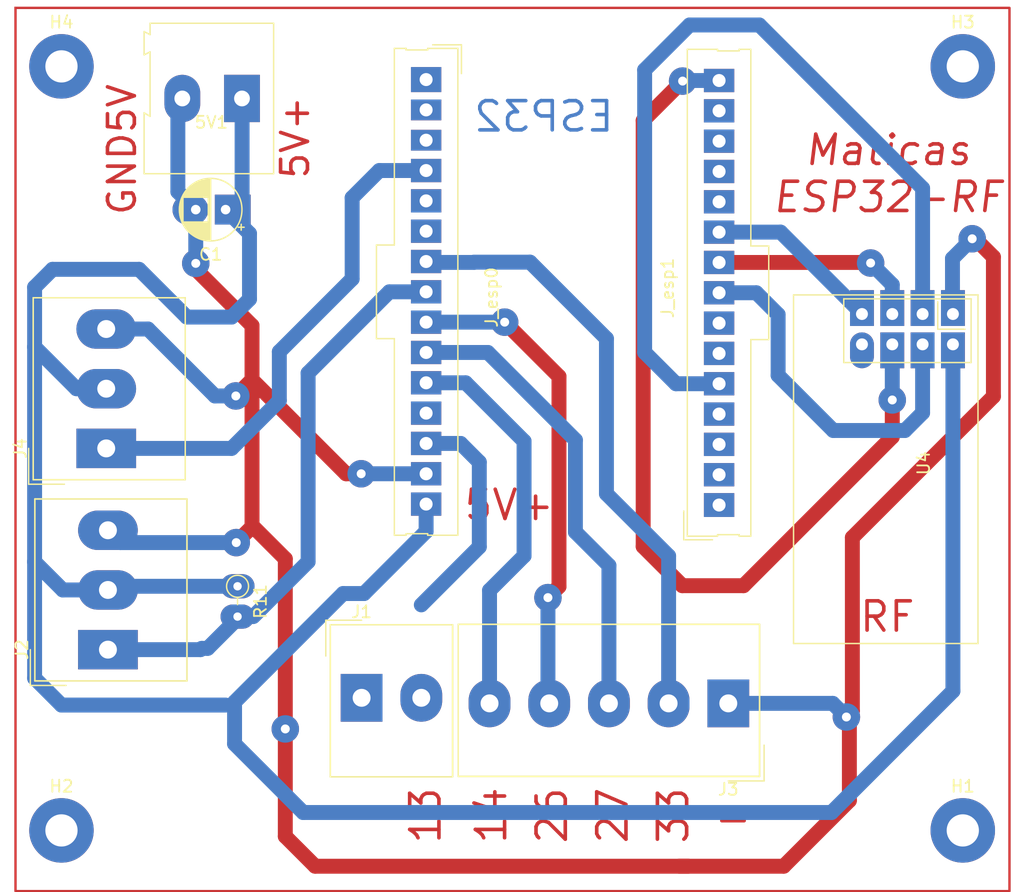
<source format=kicad_pcb>
(kicad_pcb (version 20211014) (generator pcbnew)
  (layers (0 "F.Cu" signal) (31 "B.Cu" signal) (34 "B.Paste" user) (35 "F.Paste" user) (36 "B.SilkS" user "B.Silkscreen") (37 "F.SilkS" user "F.Silkscreen") (38 "B.Mask" user) (39 "F.Mask" user) (44 "Edge.Cuts" user))
  (net 0 "")
  (net 1 "EN")
  (net 2 "VP")
  (net 3 "VN")
  (net 4 "D34")
  (net 5 "D35")
  (net 6 "D32")
  (net 7 "D33")
  (net 8 "D25")
  (net 9 "D26")
  (net 10 "D27")
  (net 11 "D14")
  (net 12 "D12")
  (net 13 "D13")
  (net 14 "3V3")
  (net 15 "GND2")
  (net 16 "D15")
  (net 17 "D2")
  (net 18 "D4")
  (net 19 "RX2")
  (net 20 "TX2")
  (net 21 "D5")
  (net 22 "D18")
  (net 23 "D19")
  (net 24 "D21")
  (net 25 "RX0")
  (net 26 "TX0")
  (net 27 "D22")
  (net 28 "D23")
  (net 29 "5v")
  (net 30 "GND5V")
  (footprint "TerminalBlock_Altech:Altech_AK300_1x03_P5.00mm_45-Degree" (layer "F.Cu") (at 123.5 103 90)
    (fp_text reference "J4" (at 0 -7.2 90) (layer "F.SilkS"))
    (fp_text value "Screw_Terminal_01x03")
    (fp_line (start -3 -3.5) (end -3 -6.5) (layer "F.SilkS") (width 0.12))
    (fp_line (start -2.62 -6.12) (end 12.62 -6.12) (layer "F.SilkS") (width 0.12))
    (fp_line (start 12.62 -6.12) (end 12.62 6.62) (layer "F.SilkS") (width 0.12))
    (fp_line (start -3 -6.5) (end 0 -6.5) (layer "F.SilkS") (width 0.12))
    (fp_line (start -2.62 -6.12) (end 12.62 -6.12) (layer "F.SilkS") (width 0.12))
    (fp_line (start -2.62 6.62) (end 12.62 6.62) (layer "F.SilkS") (width 0.12))
    (fp_line (start -2.62 -6.12) (end -2.62 6.62) (layer "F.SilkS") (width 0.12))
    (fp_line (start 12.62 -6.12) (end 12.62 6.62) (layer "F.SilkS") (width 0.12))
    (fp_line (start -2.62 -6.12) (end -2.62 6.62) (layer "F.SilkS") (width 0.12))
    (fp_line (start -2.62 6.62) (end 12.62 6.62) (layer "F.SilkS") (width 0.12))
    (pad "1" thru_hole rect (at 0 0 90) (size 3.3 5) (drill 1.5) (layers *.Cu *.Mask) (net 4 "D34"))
    (pad "2" thru_hole oval (at 5 0 90) (size 3.3 5) (drill 1.5) (layers *.Cu *.Mask) (net 29 "5v"))
    (pad "3" thru_hole oval (at 10 0 90) (size 3.3 5) (drill 1.5) (layers *.Cu *.Mask) (net 30 "GND5V"))
  )
  (footprint "TerminalBlock_Altech:Altech_AK300_1x03_P5.00mm_45-Degree" (layer "F.Cu") (at 123.6425 119.8575 90)
    (fp_text reference "J2" (at 0 -7.2 90) (layer "F.SilkS"))
    (fp_text value "Screw_Terminal_01x03")
    (fp_line (start -2.62 -6.12) (end 12.62 -6.12) (layer "F.SilkS") (width 0.12))
    (fp_line (start -3 -3.5) (end -3 -6.5) (layer "F.SilkS") (width 0.12))
    (fp_line (start -2.62 -6.12) (end -2.62 6.62) (layer "F.SilkS") (width 0.12))
    (fp_line (start 12.62 -6.12) (end 12.62 6.62) (layer "F.SilkS") (width 0.12))
    (fp_line (start 12.62 -6.12) (end 12.62 6.62) (layer "F.SilkS") (width 0.12))
    (fp_line (start -2.62 -6.12) (end 12.62 -6.12) (layer "F.SilkS") (width 0.12))
    (fp_line (start -2.62 6.62) (end 12.62 6.62) (layer "F.SilkS") (width 0.12))
    (fp_line (start -3 -6.5) (end 0 -6.5) (layer "F.SilkS") (width 0.12))
    (fp_line (start -2.62 6.62) (end 12.62 6.62) (layer "F.SilkS") (width 0.12))
    (fp_line (start -2.62 -6.12) (end -2.62 6.62) (layer "F.SilkS") (width 0.12))
    (pad "1" thru_hole rect (at 0 0 90) (size 3.3 5) (drill 1.5) (layers *.Cu *.Mask) (net 8 "D25"))
    (pad "2" thru_hole oval (at 5 0 90) (size 3.3 5) (drill 1.5) (layers *.Cu *.Mask) (net 29 "5v"))
    (pad "3" thru_hole oval (at 10 0 90) (size 3.3 5) (drill 1.5) (layers *.Cu *.Mask) (net 30 "GND5V"))
  )
  (footprint "TerminalBlock_Altech:Altech_AK300_1x05_P5.00mm_45-Degree" (layer "F.Cu") (at 175.6075 124.3575 180)
    (fp_text reference "J3" (at 0 -7.2) (layer "F.SilkS"))
    (fp_text value "Screw_Terminal_01x05")
    (fp_line (start -2.62 6.62) (end 22.62 6.62) (layer "F.SilkS") (width 0.12))
    (fp_line (start 22.62 -6.12) (end 22.62 6.62) (layer "F.SilkS") (width 0.12))
    (fp_line (start 22.62 -6.12) (end 22.62 6.62) (layer "F.SilkS") (width 0.12))
    (fp_line (start -2.62 -6.12) (end 22.62 -6.12) (layer "F.SilkS") (width 0.12))
    (fp_line (start -2.62 6.62) (end 22.62 6.62) (layer "F.SilkS") (width 0.12))
    (fp_line (start -2.62 -6.12) (end -2.62 6.62) (layer "F.SilkS") (width 0.12))
    (fp_line (start -3 -3.5) (end -3 -6.5) (layer "F.SilkS") (width 0.12))
    (fp_line (start -2.62 -6.12) (end -2.62 6.62) (layer "F.SilkS") (width 0.12))
    (fp_line (start -2.62 -6.12) (end 22.62 -6.12) (layer "F.SilkS") (width 0.12))
    (fp_line (start -3 -6.5) (end 0 -6.5) (layer "F.SilkS") (width 0.12))
    (pad "1" thru_hole rect (at 0 0 180) (size 3.5 4) (drill 1.5) (layers *.Cu *.Mask) (net 30 "GND5V"))
    (pad "2" thru_hole oval (at 5 0 180) (size 3.5 4) (drill 1.5) (layers *.Cu *.Mask) (net 7 "D33"))
    (pad "3" thru_hole oval (at 10 0 180) (size 3.5 4) (drill 1.5) (layers *.Cu *.Mask) (net 10 "D27"))
    (pad "4" thru_hole oval (at 15 0 180) (size 3.5 4) (drill 1.5) (layers *.Cu *.Mask) (net 9 "D26"))
    (pad "5" thru_hole oval (at 20 0 180) (size 3.5 4) (drill 1.5) (layers *.Cu *.Mask) (net 11 "D14"))
  )
  (footprint "MountingHole:MountingHole_2.7mm_M2.5_Pad" (layer "F.Cu") (at 119.75 135)
    (fp_text reference "H2" (at 0 -3.7) (layer "F.SilkS"))
    (fp_text value "MountingHole")
    (pad "1" thru_hole circle (at 0 0) (size 5.4 5.4) (drill 2.7) (layers *.Cu *.Mask))
  )
  (footprint "RF_Module:nRF24L01_Breakout" (layer "F.Cu") (at 194.423 91.744 -90)
    (fp_text reference "U4" (at 12.492 2.45 90) (layer "F.SilkS"))
    (fp_text value "NRF24L01_Breakout")
    (fp_line (start -1.27 -1.524) (end -1.27 -1.524) (layer "F.SilkS") (width 0.12))
    (fp_line (start -1.27 -1.524) (end 4.064 -1.524) (layer "F.SilkS") (width 0.12))
    (fp_line (start -1.6 -2.1) (end 27.6 -2.1) (layer "F.SilkS") (width 0.12))
    (fp_line (start 4.064 9.144) (end -1.27 9.144) (layer "F.SilkS") (width 0.12))
    (fp_line (start -1.016 1.27) (end -1.016 1.27) (layer "F.SilkS") (width 0.12))
    (fp_line (start -1.6 13.35) (end -1.6 -2.1) (layer "F.SilkS") (width 0.12))
    (fp_line (start -1.27 9.144) (end -1.27 9.144) (layer "F.SilkS") (width 0.12))
    (fp_line (start 1.27 -1.016) (end 1.27 1.27) (layer "F.SilkS") (width 0.12))
    (fp_line (start 1.27 1.27) (end -1.016 1.27) (layer "F.SilkS") (width 0.12))
    (fp_line (start 4.064 -1.524) (end 4.064 9.144) (layer "F.SilkS") (width 0.12))
    (fp_line (start -1.6 -2.1) (end -1.6 -2.1) (layer "F.SilkS") (width 0.12))
    (fp_line (start -1.27 9.144) (end -1.27 -1.524) (layer "F.SilkS") (width 0.12))
    (fp_line (start 27.6 -2.1) (end 27.6 13.35) (layer "F.SilkS") (width 0.12))
    (fp_line (start 27.6 13.35) (end -1.6 13.35) (layer "F.SilkS") (width 0.12))
    (pad "1" thru_hole rect (at 0 0 270) (size 3 2) (drill 1 (offset -0.5 0)) (layers *.Cu *.Mask) (net 30 "GND5V"))
    (pad "2" thru_hole rect (at 2.54 0 270) (size 3 2) (drill 1 (offset 0.5 0)) (layers *.Cu *.Mask) (net 29 "5v"))
    (pad "3" thru_hole rect (at 0 2.54 270) (size 3 2) (drill 1 (offset -0.5 0)) (layers *.Cu *.Mask) (net 18 "D4"))
    (pad "4" thru_hole rect (at 2.54 2.54 270) (size 3 2) (drill 1 (offset 0.5 0)) (layers *.Cu *.Mask) (net 21 "D5"))
    (pad "5" thru_hole rect (at 0 5.08 270) (size 3 2) (drill 1 (offset -0.5 0)) (layers *.Cu *.Mask) (net 22 "D18"))
    (pad "6" thru_hole rect (at 2.54 5.08 270) (size 3 2) (drill 1 (offset 0.5 0)) (layers *.Cu *.Mask) (net 28 "D23"))
    (pad "7" thru_hole rect (at 0 7.62 270) (size 3 2) (drill 1 (offset -0.5 0)) (layers *.Cu *.Mask) (net 23 "D19"))
    (pad "8" thru_hole oval (at 2.54 7.62 270) (size 3 2) (drill 1 (offset 0.5 0)) (layers *.Cu *.Mask))
  )
  (footprint "Capacitor_THT:CP_Radial_D5.0mm_P2.50mm" (layer "F.Cu") (at 133.499113 82.999113 180)
    (fp_text reference "C1" (at 1.25 -3.75) (layer "F.SilkS"))
    (fp_text value "C_Polarized")
    (fp_line (start 3.731 -0.805) (end 3.731 0.805) (layer "F.SilkS") (width 0.12))
    (fp_line (start 2.491 1.04) (end 2.491 2.268) (layer "F.SilkS") (width 0.12))
    (fp_line (start 2.891 1.04) (end 2.891 2.004) (layer "F.SilkS") (width 0.12))
    (fp_line (start 1.77 -2.528) (end 1.77 -1.04) (layer "F.SilkS") (width 0.12))
    (fp_line (start 1.81 -2.52) (end 1.81 -1.04) (layer "F.SilkS") (width 0.12))
    (fp_line (start 2.971 -1.937) (end 2.971 -1.04) (layer "F.SilkS") (width 0.12))
    (fp_line (start 2.531 1.04) (end 2.531 2.247) (layer "F.SilkS") (width 0.12))
    (fp_line (start 3.131 -1.785) (end 3.131 -1.04) (layer "F.SilkS") (width 0.12))
    (fp_line (start 3.531 -1.251) (end 3.531 -1.04) (layer "F.SilkS") (width 0.12))
    (fp_line (start 3.411 1.04) (end 3.411 1.443) (layer "F.SilkS") (width 0.12))
    (fp_line (start 1.53 1.04) (end 1.53 2.565) (layer "F.SilkS") (width 0.12))
    (fp_line (start 1.971 1.04) (end 1.971 2.48) (layer "F.SilkS") (width 0.12))
    (fp_line (start 1.65 -2.55) (end 1.65 -1.04) (layer "F.SilkS") (width 0.12))
    (fp_line (start 1.77 1.04) (end 1.77 2.528) (layer "F.SilkS") (width 0.12))
    (fp_line (start 2.131 -2.428) (end 2.131 -1.04) (layer "F.SilkS") (width 0.12))
    (fp_line (start 2.571 1.04) (end 2.571 2.224) (layer "F.SilkS") (width 0.12))
    (fp_line (start 2.171 1.04) (end 2.171 2.414) (layer "F.SilkS") (width 0.12))
    (fp_line (start 1.57 -2.561) (end 1.57 -1.04) (layer "F.SilkS") (width 0.12))
    (fp_line (start 3.371 -1.5) (end 3.371 -1.04) (layer "F.SilkS") (width 0.12))
    (fp_line (start 1.65 1.04) (end 1.65 2.55) (layer "F.SilkS") (width 0.12))
    (fp_line (start 1.73 -2.536) (end 1.73 -1.04) (layer "F.SilkS") (width 0.12))
    (fp_line (start 1.93 -2.491) (end 1.93 -1.04) (layer "F.SilkS") (width 0.12))
    (fp_line (start 2.211 1.04) (end 2.211 2.398) (layer "F.SilkS") (width 0.12))
    (fp_line (start 2.891 -2.004) (end 2.891 -1.04) (layer "F.SilkS") (width 0.12))
    (fp_line (start 3.011 1.04) (end 3.011 1.901) (layer "F.SilkS") (width 0.12))
    (fp_line (start 2.691 -2.149) (end 2.691 -1.04) (layer "F.SilkS") (width 0.12))
    (fp_line (start 2.731 -2.122) (end 2.731 -1.04) (layer "F.SilkS") (width 0.12))
    (fp_line (start 2.051 -2.455) (end 2.051 -1.04) (layer "F.SilkS") (width 0.12))
    (fp_line (start 1.25 -2.58) (end 1.25 2.58) (layer "F.SilkS") (width 0.12))
    (fp_line (start 1.37 -2.578) (end 1.37 2.578) (layer "F.SilkS") (width 0.12))
    (fp_line (start 1.41 -2.576) (end 1.41 2.576) (layer "F.SilkS") (width 0.12))
    (fp_line (start 2.171 -2.414) (end 2.171 -1.04) (layer "F.SilkS") (width 0.12))
    (fp_line (start 1.33 -2.579) (end 1.33 2.579) (layer "F.SilkS") (width 0.12))
    (fp_line (start 3.651 -1.011) (end 3.651 1.011) (layer "F.SilkS") (width 0.12))
    (fp_line (start 3.171 1.04) (end 3.171 1.743) (layer "F.SilkS") (width 0.12))
    (fp_line (start 2.811 -2.065) (end 2.811 -1.04) (layer "F.SilkS") (width 0.12))
    (fp_line (start 2.011 -2.468) (end 2.011 -1.04) (layer "F.SilkS") (width 0.12))
    (fp_line (start 2.491 -2.268) (end 2.491 -1.04) (layer "F.SilkS") (width 0.12))
    (fp_line (start 3.131 1.04) (end 3.131 1.785) (layer "F.SilkS") (width 0.12))
    (fp_line (start 3.331 1.04) (end 3.331 1.554) (layer "F.SilkS") (width 0.12))
    (fp_line (start 3.051 1.04) (end 3.051 1.864) (layer "F.SilkS") (width 0.12))
    (fp_line (start 2.611 1.04) (end 2.611 2.2) (layer "F.SilkS") (width 0.12))
    (fp_line (start 1.971 -2.48) (end 1.971 -1.04) (layer "F.SilkS") (width 0.12))
    (fp_line (start 1.57 1.04) (end 1.57 2.561) (layer "F.SilkS") (width 0.12))
    (fp_line (start 3.291 1.04) (end 3.291 1.605) (layer "F.SilkS") (width 0.12))
    (fp_line (start 3.211 1.04) (end 3.211 1.699) (layer "F.SilkS") (width 0.12))
    (fp_line (start -1.304775 -1.725) (end -1.304775 -1.225) (layer "F.SilkS") (width 0.12))
    (fp_line (start 1.85 -2.511) (end 1.85 -1.04) (layer "F.SilkS") (width 0.12))
    (fp_line (start 2.131 1.04) (end 2.131 2.428) (layer "F.SilkS") (width 0.12))
    (fp_line (start 2.771 1.04) (end 2.771 2.095) (layer "F.SilkS") (width 0.12))
    (fp_line (start 1.73 1.04) (end 1.73 2.536) (layer "F.SilkS") (width 0.12))
    (fp_line (start 1.61 -2.556) (end 1.61 -1.04) (layer "F.SilkS") (width 0.12))
    (fp_line (start 2.371 1.04) (end 2.371 2.329) (layer "F.SilkS") (width 0.12))
    (fp_line (start 3.371 1.04) (end 3.371 1.5) (layer "F.SilkS") (width 0.12))
    (fp_line (start 3.051 -1.864) (end 3.051 -1.04) (layer "F.SilkS") (width 0.12))
    (fp_line (start 2.251 -2.382) (end 2.251 -1.04) (layer "F.SilkS") (width 0.12))
    (fp_line (start 2.931 -1.971) (end 2.931 -1.04) (layer "F.SilkS") (width 0.12))
    (fp_line (start 3.331 -1.554) (end 3.331 -1.04) (layer "F.SilkS") (width 0.12))
    (fp_line (start 2.571 -2.224) (end 2.571 -1.04) (layer "F.SilkS") (width 0.12))
    (fp_line (start 3.691 -0.915) (end 3.691 0.915) (layer "F.SilkS") (width 0.12))
    (fp_line (start 3.571 -1.178) (end 3.571 1.178) (layer "F.SilkS") (width 0.12))
    (fp_line (start 3.091 -1.826) (end 3.091 -1.04) (layer "F.SilkS") (width 0.12))
    (fp_line (start 1.53 -2.565) (end 1.53 -1.04) (layer "F.SilkS") (width 0.12))
    (fp_line (start 3.171 -1.743) (end 3.171 -1.04) (layer "F.SilkS") (width 0.12))
    (fp_line (start 2.091 -2.442) (end 2.091 -1.04) (layer "F.SilkS") (width 0.12))
    (fp_line (start 2.411 -2.31) (end 2.411 -1.04) (layer "F.SilkS") (width 0.12))
    (fp_line (start 2.971 1.04) (end 2.971 1.937) (layer "F.SilkS") (width 0.12))
    (fp_line (start 2.931 1.04) (end 2.931 1.971) (layer "F.SilkS") (width 0.12))
    (fp_line (start 3.291 -1.605) (end 3.291 -1.04) (layer "F.SilkS") (width 0.12))
    (fp_line (start 1.49 -2.569) (end 1.49 -1.04) (layer "F.SilkS") (width 0.12))
    (fp_line (start 2.611 -2.2) (end 2.611 -1.04) (layer "F.SilkS") (width 0.12))
    (fp_line (start 3.611 -1.098) (end 3.611 1.098) (layer "F.SilkS") (width 0.12))
    (fp_line (start 3.771 -0.677) (end 3.771 0.677) (layer "F.SilkS") (width 0.12))
    (fp_line (start 1.29 -2.58) (end 1.29 2.58) (layer "F.SilkS") (width 0.12))
    (fp_line (start 2.651 1.04) (end 2.651 2.175) (layer "F.SilkS") (width 0.12))
    (fp_line (start 2.811 1.04) (end 2.811 2.065) (layer "F.SilkS") (width 0.12))
    (fp_line (start 2.291 1.04) (end 2.291 2.365) (layer "F.SilkS") (width 0.12))
    (fp_line (start 3.211 -1.699) (end 3.211 -1.04) (layer "F.SilkS") (width 0.12))
    (fp_line (start 1.69 -2.543) (end 1.69 -1.04) (layer "F.SilkS") (width 0.12))
    (fp_line (start 2.371 -2.329) (end 2.371 -1.04) (layer "F.SilkS") (width 0.12))
    (fp_line (start 3.491 1.04) (end 3.491 1.319) (layer "F.SilkS") (width 0.12))
    (fp_line (start 1.81 1.04) (end 1.81 2.52) (layer "F.SilkS") (width 0.12))
    (fp_line (start 1.61 1.04) (end 1.61 2.556) (layer "F.SilkS") (width 0.12))
    (fp_line (start 3.251 1.04) (end 3.251 1.653) (layer "F.SilkS") (width 0.12))
    (fp_line (start 2.451 1.04) (end 2.451 2.29) (layer "F.SilkS") (width 0.12))
    (fp_line (start 2.331 1.04) (end 2.331 2.348) (layer "F.SilkS") (width 0.12))
    (fp_line (start 2.691 1.04) (end 2.691 2.149) (layer "F.SilkS") (width 0.12))
    (fp_line (start 1.49 1.04) (end 1.49 2.569) (layer "F.SilkS") (width 0.12))
    (fp_line (start 2.331 -2.348) (end 2.331 -1.04) (layer "F.SilkS") (width 0.12))
    (fp_line (start 2.051 1.04) (end 2.051 2.455) (layer "F.SilkS") (width 0.12))
    (fp_line (start 3.451 -1.383) (end 3.451 -1.04) (layer "F.SilkS") (width 0.12))
    (fp_line (start 2.091 1.04) (end 2.091 2.442) (layer "F.SilkS") (width 0.12))
    (fp_line (start 1.89 1.04) (end 1.89 2.501) (layer "F.SilkS") (width 0.12))
    (fp_line (start 2.771 -2.095) (end 2.771 -1.04) (layer "F.SilkS") (width 0.12))
    (fp_line (start 2.651 -2.175) (end 2.651 -1.04) (layer "F.SilkS") (width 0.12))
    (fp_line (start 3.011 -1.901) (end 3.011 -1.04) (layer "F.SilkS") (width 0.12))
    (fp_line (start 2.291 -2.365) (end 2.291 -1.04) (layer "F.SilkS") (width 0.12))
    (fp_line (start 2.411 1.04) (end 2.411 2.31) (layer "F.SilkS") (width 0.12))
    (fp_line (start 2.851 -2.035) (end 2.851 -1.04) (layer "F.SilkS") (width 0.12))
    (fp_line (start 1.85 1.04) (end 1.85 2.511) (layer "F.SilkS") (width 0.12))
    (fp_line (start 3.451 1.04) (end 3.451 1.383) (layer "F.SilkS") (width 0.12))
    (fp_line (start 1.45 -2.573) (end 1.45 2.573) (layer "F.SilkS") (width 0.12))
    (fp_line (start 2.251 1.04) (end 2.251 2.382) (layer "F.SilkS") (width 0.12))
    (fp_line (start 1.89 -2.501) (end 1.89 -1.04) (layer "F.SilkS") (width 0.12))
    (fp_line (start 3.811 -0.518) (end 3.811 0.518) (layer "F.SilkS") (width 0.12))
    (fp_line (start 2.211 -2.398) (end 2.211 -1.04) (layer "F.SilkS") (width 0.12))
    (fp_line (start 1.69 1.04) (end 1.69 2.543) (layer "F.SilkS") (width 0.12))
    (fp_line (start 3.491 -1.319) (end 3.491 -1.04) (layer "F.SilkS") (width 0.12))
    (fp_line (start 3.411 -1.443) (end 3.411 -1.04) (layer "F.SilkS") (width 0.12))
    (fp_line (start 2.531 -2.247) (end 2.531 -1.04) (layer "F.SilkS") (width 0.12))
    (fp_line (start 2.731 1.04) (end 2.731 2.122) (layer "F.SilkS") (width 0.12))
    (fp_line (start 3.251 -1.653) (end 3.251 -1.04) (layer "F.SilkS") (width 0.12))
    (fp_line (start 1.93 1.04) (end 1.93 2.491) (layer "F.SilkS") (width 0.12))
    (fp_line (start 2.851 1.04) (end 2.851 2.035) (layer "F.SilkS") (width 0.12))
    (fp_line (start 3.091 1.04) (end 3.091 1.826) (layer "F.SilkS") (width 0.12))
    (fp_line (start 2.451 -2.29) (end 2.451 -1.04) (layer "F.SilkS") (width 0.12))
    (fp_line (start -1.554775 -1.475) (end -1.054775 -1.475) (layer "F.SilkS") (width 0.12))
    (fp_line (start 2.011 1.04) (end 2.011 2.468) (layer "F.SilkS") (width 0.12))
    (fp_line (start 3.851 -0.284) (end 3.851 0.284) (layer "F.SilkS") (width 0.12))
    (fp_line (start 3.531 1.04) (end 3.531 1.251) (layer "F.SilkS") (width 0.12))
    (fp_circle (center 1.25 0) (end 3.87 0) (layer "F.SilkS") (width 0.12) (fill none))
    (pad "1" thru_hole rect (at 0 0 180) (size 3 2.5) (drill 0.8 (offset -0.6 0)) (layers *.Cu *.Mask) (net 29 "5v"))
    (pad "2" thru_hole oval locked (at 2.5 0 180) (size 3 2.5) (drill 0.8 (offset 0.45 0)) (layers *.Cu *.Mask) (net 30 "GND5V"))
  )
  (footprint "MountingHole:MountingHole_2.7mm_M2.5_Pad" (layer "F.Cu") (at 195.25 71)
    (fp_text reference "H3" (at 0 -3.7) (layer "F.SilkS"))
    (fp_text value "MountingHole")
    (pad "1" thru_hole circle (at 0 0) (size 5.4 5.4) (drill 2.7) (layers *.Cu *.Mask))
  )
  (footprint "esp32:Connector_Molex_Molex_SL_171971-0015_1x15_P2.54mm_Vertical_squares" (layer "F.Cu") (at 158.445 90.345 -90)
    (fp_text reference "J_esp0" (at 0 2.6675 90 unlocked) (layer "F.SilkS"))
    (fp_text value "Conn_01x15_Female")
    (fp_line (start 19.93 10.81) (end 19.93 9.83) (layer "F.SilkS") (width 0.12))
    (fp_line (start 19.93 9.83) (end 19.8 9.83) (layer "F.SilkS") (width 0.12))
    (fp_line (start -21.15 5.19) (end -18.74 5.19) (layer "F.SilkS") (width 0.12))
    (fp_line (start -21.15 7.6) (end -21.15 5.19) (layer "F.SilkS") (width 0.12))
    (fp_line (start 3.46 10.81) (end 19.93 10.81) (layer "F.SilkS") (width 0.12))
    (fp_line (start -20.85 10.81) (end -4.38 10.81) (layer "F.SilkS") (width 0.12))
    (fp_line (start 3.46 12.31) (end 3.46 10.81) (layer "F.SilkS") (width 0.12))
    (fp_line (start 19.93 5.49) (end -20.85 5.49) (layer "F.SilkS") (width 0.12))
    (fp_line (start 19.8 9.83) (end 19.8 8.02) (layer "F.SilkS") (width 0.12))
    (fp_line (start -20.85 9.83) (end -20.85 10.81) (layer "F.SilkS") (width 0.12))
    (fp_line (start -20.85 8.02) (end -20.72 8.02) (layer "F.SilkS") (width 0.12))
    (fp_line (start -4.38 12.31) (end 3.46 12.31) (layer "F.SilkS") (width 0.12))
    (fp_line (start -20.72 8.02) (end -20.72 9.83) (layer "F.SilkS") (width 0.12))
    (fp_line (start -20.85 5.49) (end -20.85 8.02) (layer "F.SilkS") (width 0.12))
    (fp_line (start 19.93 8.02) (end 19.93 5.49) (layer "F.SilkS") (width 0.12))
    (fp_line (start -20.72 9.83) (end -20.85 9.83) (layer "F.SilkS") (width 0.12))
    (fp_line (start -4.38 10.81) (end -4.38 12.31) (layer "F.SilkS") (width 0.12))
    (fp_line (start 19.8 8.02) (end 19.93 8.02) (layer "F.SilkS") (width 0.12))
    (pad "1" thru_hole rect (at -18.24 8.15 270) (size 2.1 2.54) (drill 1.09) (layers *.Cu *.Mask) (net 1 "EN"))
    (pad "2" thru_hole rect (at -15.7 8.15 270) (size 1.74 2.54) (drill 1.09) (layers *.Cu *.Mask) (net 2 "VP"))
    (pad "3" thru_hole rect (at -13.16 8.15 270) (size 1.74 2.54) (drill 1.09) (layers *.Cu *.Mask) (net 3 "VN"))
    (pad "4" thru_hole rect (at -10.62 8.15 270) (size 1.95 2.54) (drill 1.09) (layers *.Cu *.Mask) (net 4 "D34"))
    (pad "5" thru_hole rect (at -8.08 8.15 270) (size 1.95 2.54) (drill 1.09) (layers *.Cu *.Mask) (net 5 "D35"))
    (pad "6" thru_hole rect (at -5.54 8.15 270) (size 1.95 2.54) (drill 1.09) (layers *.Cu *.Mask) (net 6 "D32"))
    (pad "7" thru_hole rect (at -3 8.15 270) (size 1.95 2.54) (drill 1.09) (layers *.Cu *.Mask) (net 7 "D33"))
    (pad "8" thru_hole rect (at -0.46 8.15 270) (size 1.95 2.54) (drill 1.09) (layers *.Cu *.Mask) (net 8 "D25"))
    (pad "9" thru_hole rect (at 2.08 8.15 270) (size 1.95 2.54) (drill 1.09) (layers *.Cu *.Mask) (net 9 "D26"))
    (pad "10" thru_hole rect (at 4.62 8.15 270) (size 1.95 2.54) (drill 1.09) (layers *.Cu *.Mask) (net 10 "D27"))
    (pad "11" thru_hole rect (at 7.16 8.15 270) (size 1.95 2.54) (drill 1.09) (layers *.Cu *.Mask) (net 11 "D14"))
    (pad "12" thru_hole rect (at 9.7 8.15 270) (size 1.95 2.54) (drill 1.09) (layers *.Cu *.Mask) (net 12 "D12"))
    (pad "13" thru_hole rect (at 12.24 8.15 270) (size 1.95 2.54) (drill 1.09) (layers *.Cu *.Mask) (net 13 "D13"))
    (pad "14" thru_hole rect (at 14.78 8.15 270) (size 1.95 2.54) (drill 1.09) (layers *.Cu *.Mask) (net 30 "GND5V"))
    (pad "15" thru_hole rect (at 17.32 8.15 270) (size 1.95 2.54) (drill 1.09) (layers *.Cu *.Mask) (net 29 "5v"))
  )
  (footprint "TerminalBlock:TerminalBlock_Altech_AK300-2_P5.00mm" (layer "F.Cu") (at 134.8718 73.688063 180)
    (fp_text reference "5V1" (at 2.565 -2) (layer "F.SilkS"))
    (fp_text value "Screw_Terminal_01x02")
    (fp_line (start 7.7 5.35) (end 8.2 5.6) (layer "F.SilkS") (width 0.12))
    (fp_line (start -2.65 -6.3) (end -2.65 6.3) (layer "F.SilkS") (width 0.12))
    (fp_line (start 8.2 3.7) (end 8.2 3.65) (layer "F.SilkS") (width 0.12))
    (fp_line (start 8.2 3.65) (end 7.7 3.9) (layer "F.SilkS") (width 0.12))
    (fp_line (start 8.2 5.6) (end 8.2 3.7) (layer "F.SilkS") (width 0.12))
    (fp_line (start 7.7 3.9) (end 7.7 -1.5) (layer "F.SilkS") (width 0.12))
    (fp_line (start 7.7 -1.5) (end 8.2 -1.2) (layer "F.SilkS") (width 0.12))
    (fp_line (start 8.2 -6.3) (end -2.65 -6.3) (layer "F.SilkS") (width 0.12))
    (fp_line (start 8.2 -1.2) (end 8.2 -6.3) (layer "F.SilkS") (width 0.12))
    (fp_line (start -2.65 6.3) (end 7.7 6.3) (layer "F.SilkS") (width 0.12))
    (fp_line (start 7.7 6.3) (end 7.7 5.35) (layer "F.SilkS") (width 0.12))
    (pad "1" thru_hole rect (at 0 0 180) (size 3 3.96) (drill 1.32) (layers *.Cu *.Mask) (net 29 "5v"))
    (pad "2" thru_hole oval (at 5 0 180) (size 3 3.96) (drill 1.32) (layers *.Cu *.Mask) (net 30 "GND5V"))
  )
  (footprint "MountingHole:MountingHole_2.7mm_M2.5_Pad" (layer "F.Cu") (at 119.75 71)
    (fp_text reference "H4" (at 0 -3.7) (layer "F.SilkS"))
    (fp_text value "MountingHole")
    (pad "1" thru_hole circle (at 0 0) (size 5.4 5.4) (drill 2.7) (layers *.Cu *.Mask))
  )
  (footprint "MountingHole:MountingHole_2.7mm_M2.5_Pad" (layer "F.Cu") (at 195.25 135)
    (fp_text reference "H1" (at 0 -3.7) (layer "F.SilkS"))
    (fp_text value "MountingHole")
    (pad "1" thru_hole circle (at 0 0) (size 5.4 5.4) (drill 2.7) (layers *.Cu *.Mask))
  )
  (footprint "TerminalBlock_Altech:Altech_AK300_1x02_P5.00mm_45-Degree" (layer "F.Cu") (at 144.8925 123.8925)
    (fp_text reference "J1" (at 0 -7.2) (layer "F.SilkS"))
    (fp_text value "Screw_Terminal_01x02")
    (fp_line (start -3 -3.5) (end -3 -6.5) (layer "F.SilkS") (width 0.12))
    (fp_line (start 7.62 -6.12) (end 7.62 6.62) (layer "F.SilkS") (width 0.12))
    (fp_line (start 7.62 -6.12) (end 7.62 6.62) (layer "F.SilkS") (width 0.12))
    (fp_line (start -2.62 6.62) (end 7.62 6.62) (layer "F.SilkS") (width 0.12))
    (fp_line (start -2.62 -6.12) (end 7.62 -6.12) (layer "F.SilkS") (width 0.12))
    (fp_line (start -2.62 -6.12) (end 7.62 -6.12) (layer "F.SilkS") (width 0.12))
    (fp_line (start -2.62 -6.12) (end -2.62 6.62) (layer "F.SilkS") (width 0.12))
    (fp_line (start -2.62 -6.12) (end -2.62 6.62) (layer "F.SilkS") (width 0.12))
    (fp_line (start -3 -6.5) (end 0 -6.5) (layer "F.SilkS") (width 0.12))
    (fp_line (start -2.62 6.62) (end 7.62 6.62) (layer "F.SilkS") (width 0.12))
    (pad "1" thru_hole rect (at 0 0) (size 3.5 4) (drill 1.5) (layers *.Cu *.Mask) (net 30 "GND5V"))
    (pad "2" thru_hole oval (at 5 0) (size 3.5 4) (drill 1.5) (layers *.Cu *.Mask) (net 13 "D13"))
  )
  (footprint "Resistor_THT:R_Axial_DIN0204_L3.6mm_D1.6mm_P2.54mm_Vertical" (layer "F.Cu") (at 134.5 114.54975 -90)
    (fp_text reference "R11" (at 1.27 -1.92 90) (layer "F.SilkS"))
    (fp_text value "4.7k")
    (fp_line (start 0.92 0) (end 1.54 0) (layer "F.SilkS") (width 0.12))
    (fp_circle (center 0 0) (end 0.92 0) (layer "F.SilkS") (width 0.12) (fill none))
    (pad "1" thru_hole oval (at 0 0 270) (size 2.025 2.85) (drill 0.7) (layers *.Cu *.Mask) (net 29 "5v"))
    (pad "2" thru_hole oval (at 2.54 0 270) (size 2.025 2.85) (drill 0.7) (layers *.Cu *.Mask) (net 8 "D25"))
  )
  (footprint "esp32:Connector_Molex_Molex_SL_171971-0015_1x15_P2.54mm_Vertical_squares" (layer "F.Cu") (at 166.6855 89.504 90)
    (fp_text reference "J_esp1" (at -0.06 3.8375 90 unlocked) (layer "F.SilkS"))
    (fp_text value "Conn_01x15_Female")
    (fp_line (start -21.15 7.6) (end -21.15 5.19) (layer "F.SilkS") (width 0.12))
    (fp_line (start -20.72 8.02) (end -20.72 9.83) (layer "F.SilkS") (width 0.12))
    (fp_line (start 19.93 5.49) (end -20.85 5.49) (layer "F.SilkS") (width 0.12))
    (fp_line (start -20.85 9.83) (end -20.85 10.81) (layer "F.SilkS") (width 0.12))
    (fp_line (start -4.38 10.81) (end -4.38 12.31) (layer "F.SilkS") (width 0.12))
    (fp_line (start -20.85 8.02) (end -20.72 8.02) (layer "F.SilkS") (width 0.12))
    (fp_line (start 3.46 12.31) (end 3.46 10.81) (layer "F.SilkS") (width 0.12))
    (fp_line (start -20.72 9.83) (end -20.85 9.83) (layer "F.SilkS") (width 0.12))
    (fp_line (start 19.93 8.02) (end 19.93 5.49) (layer "F.SilkS") (width 0.12))
    (fp_line (start -20.85 10.81) (end -4.38 10.81) (layer "F.SilkS") (width 0.12))
    (fp_line (start 19.93 9.83) (end 19.8 9.83) (layer "F.SilkS") (width 0.12))
    (fp_line (start 3.46 10.81) (end 19.93 10.81) (layer "F.SilkS") (width 0.12))
    (fp_line (start -21.15 5.19) (end -18.74 5.19) (layer "F.SilkS") (width 0.12))
    (fp_line (start 19.93 10.81) (end 19.93 9.83) (layer "F.SilkS") (width 0.12))
    (fp_line (start 19.8 9.83) (end 19.8 8.02) (layer "F.SilkS") (width 0.12))
    (fp_line (start -4.38 12.31) (end 3.46 12.31) (layer "F.SilkS") (width 0.12))
    (fp_line (start 19.8 8.02) (end 19.93 8.02) (layer "F.SilkS") (width 0.12))
    (fp_line (start -20.85 5.49) (end -20.85 8.02) (layer "F.SilkS") (width 0.12))
    (pad "1" thru_hole rect (at -18.24 8.15 90) (size 2 2.54) (drill 1.09) (layers *.Cu *.Mask) (net 14 "3V3"))
    (pad "2" thru_hole rect (at -15.7 8.15 90) (size 1.95 2.54) (drill 1.09) (layers *.Cu *.Mask) (net 15 "GND2"))
    (pad "3" thru_hole rect (at -13.16 8.15 90) (size 1.95 2.54) (drill 1.09) (layers *.Cu *.Mask) (net 16 "D15"))
    (pad "4" thru_hole rect (at -10.62 8.15 90) (size 1.95 2.54) (drill 1.09) (layers *.Cu *.Mask) (net 17 "D2"))
    (pad "5" thru_hole rect (at -8.08 8.15 90) (size 1.95 2.54) (drill 1.09) (layers *.Cu *.Mask) (net 18 "D4"))
    (pad "6" thru_hole rect (at -5.54 8.15 90) (size 1.95 2.54) (drill 1.09) (layers *.Cu *.Mask) (net 19 "RX2"))
    (pad "7" thru_hole rect (at -3 8.15 90) (size 1.95 2.54) (drill 1.09) (layers *.Cu *.Mask) (net 20 "TX2"))
    (pad "8" thru_hole rect (at -0.46 8.15 90) (size 1.95 2.54) (drill 1.09) (layers *.Cu *.Mask) (net 21 "D5"))
    (pad "9" thru_hole rect (at 2.08 8.15 90) (size 1.95 2.54) (drill 1.09) (layers *.Cu *.Mask) (net 22 "D18"))
    (pad "10" thru_hole rect (at 4.62 8.15 90) (size 1.95 2.54) (drill 1.09) (layers *.Cu *.Mask) (net 23 "D19"))
    (pad "11" thru_hole rect (at 7.16 8.15 90) (size 1.95 2.54) (drill 1.09) (layers *.Cu *.Mask) (net 24 "D21"))
    (pad "12" thru_hole rect (at 9.7 8.15 90) (size 1.95 2.54) (drill 1.09) (layers *.Cu *.Mask) (net 25 "RX0"))
    (pad "13" thru_hole rect (at 12.24 8.15 90) (size 1.95 2.54) (drill 1.09) (layers *.Cu *.Mask) (net 26 "TX0"))
    (pad "14" thru_hole rect (at 14.78 8.15 90) (size 1.95 2.54) (drill 1.09) (layers *.Cu *.Mask) (net 27 "D22"))
    (pad "15" thru_hole rect (at 17.32 8.15 90) (size 1.95 2.54) (drill 1.09) (layers *.Cu *.Mask) (net 28 "D23"))
  )
  (gr_rect (start 199.16 66.1) (end 115.9 140.085) (layer "F.Cu") (width 0.2) (fill none))
  (gr_text "13" (at 150.25 133.75 90) (layer "F.Cu") (effects (font (size 2.45 2.45) (thickness 0.3))))
  (gr_text "14" (at 155.75 133.75 90) (layer "F.Cu") (effects (font (size 2.45 2.45) (thickness 0.3))))
  (gr_text "GND5V" (at 124.828 77.962863 90) (layer "F.Cu") (effects (font (size 2.25 2.25) (thickness 0.3))))
  (gr_text "26" (at 160.833333 133.75 90) (layer "F.Cu") (effects (font (size 2.45 2.45) (thickness 0.3))))
  (gr_text "33" (at 171 133.75 90) (layer "F.Cu") (effects (font (size 2.45 2.45) (thickness 0.3))))
  (gr_text "-" (at 176 134) (layer "F.Cu") (effects (font (size 2.45 2.45) (thickness 0.3))))
  (gr_text "27" (at 165.916666 133.75 90) (layer "F.Cu") (effects (font (size 2.45 2.45) (thickness 0.3))))
  (gr_text "5V+" (at 139.328 76.962863 90) (layer "F.Cu") (effects (font (size 2.25 2.25) (thickness 0.3))))
  (gr_text "-" (at 144.75 133.5) (layer "F.Cu") (effects (font (size 2.45 2.45) (thickness 0.3))))
  (gr_text "5V+\n" (at 157.25 107.75) (layer "F.Cu") (effects (font (size 2.45 2.45) (thickness 0.3))))
  (gr_text "RF" (at 188.925 117.1) (layer "F.Cu") (effects (font (size 2.45 2.45) (thickness 0.3))))
  (gr_text "Maticas\nESP32-RF" (at 189 79.979) (layer "F.Cu") (effects (font (size 2.45 2.45) (thickness 0.3) italic)))
  (gr_text "ESP32" (at 160.1604 75.2) (layer "B.Cu") (effects (font (size 2.45 2.45) (thickness 0.3)) (justify mirror)))
  (segment (start 134 103) (end 123.5 103) (width 1.25) (layer "B.Cu") (net 4))
  (segment (start 144.1 88.8) (end 138 94.9) (width 1.25) (layer "B.Cu") (net 4))
  (segment (start 150.295 79.725) (end 146.375 79.725) (width 1.25) (layer "B.Cu") (net 4))
  (segment (start 138 94.9) (end 138 99) (width 1.25) (layer "B.Cu") (net 4))
  (segment (start 138 99) (end 134 103) (width 1.25) (layer "B.Cu") (net 4))
  (segment (start 146.375 79.725) (end 144.1 82) (width 1.25) (layer "B.Cu") (net 4))
  (segment (start 144.1 82) (end 144.1 88.8) (width 1.25) (layer "B.Cu") (net 4))
  (segment (start 154.3048 87.4212) (end 150.3712 87.4212) (width 1.25) (layer "B.Cu") (net 7))
  (segment (start 165.4 106.8) (end 165.4 93.8) (width 1.25) (layer "B.Cu") (net 7))
  (segment (start 165.4 93.8) (end 159 87.4) (width 1.25) (layer "B.Cu") (net 7))
  (segment (start 159 87.4) (end 154.3 87.4) (width 1.25) (layer "B.Cu") (net 7))
  (segment (start 170.6075 112.0075) (end 165.4 106.8) (width 1.25) (layer "B.Cu") (net 7))
  (segment (start 150.3712 87.4212) (end 150.295 87.345) (width 1.25) (layer "B.Cu") (net 7))
  (segment (start 170.6075 112.0075) (end 170.6075 124.3575) (width 1.25) (layer "B.Cu") (net 7))
  (segment (start 131.5 119.75) (end 131.3925 119.8575) (width 1.25) (layer "B.Cu") (net 8))
  (segment (start 131.3925 119.8575) (end 123.6425 119.8575) (width 1.25) (layer "B.Cu") (net 8))
  (segment (start 140.411 112.491) (end 140.411 96.689) (width 1.25) (layer "B.Cu") (net 8))
  (segment (start 147.215 89.885) (end 150.295 89.885) (width 1.25) (layer "B.Cu") (net 8))
  (segment (start 135.81225 117.08975) (end 140.411 112.491) (width 1.25) (layer "B.Cu") (net 8))
  (segment (start 134.5 117.25) (end 132 119.75) (width 1.25) (layer "B.Cu") (net 8))
  (segment (start 132 119.75) (end 131.5 119.75) (width 1.25) (layer "B.Cu") (net 8))
  (segment (start 140.411 96.689) (end 147.215 89.885) (width 1.25) (layer "B.Cu") (net 8))
  (segment (start 134.5 117.08975) (end 134.5 117.25) (width 1.25) (layer "B.Cu") (net 8))
  (segment (start 161.425 96.975) (end 156.875 92.425) (width 1.25) (layer "F.Cu") (net 9))
  (segment (start 160.5 115.5) (end 160.5 115.25) (width 1.25) (layer "F.Cu") (net 9))
  (segment (start 161.425 114.575) (end 161.425 96.975) (width 1.25) (layer "F.Cu") (net 9))
  (segment (start 160.5 115.5) (end 161.425 114.575) (width 1.25) (layer "F.Cu") (net 9))
  (via (at 156.875 92.425) (size 2.3) (drill 0.75) (layers "F.Cu" "B.Cu") (net 9))
  (via (at 160.5 115.5) (size 2.3) (drill 0.75) (layers "F.Cu" "B.Cu") (net 9))
  (segment (start 160.5 115.5) (end 160.5 124.25) (width 1.25) (layer "B.Cu") (net 9))
  (segment (start 156.875 92.425) (end 150.295 92.425) (width 1.25) (layer "B.Cu") (net 9))
  (segment (start 160.5 124.25) (end 160.6075 124.3575) (width 1.25) (layer "B.Cu") (net 9))
  (segment (start 162.8 102.3) (end 155.465 94.965) (width 1.25) (layer "B.Cu") (net 10))
  (segment (start 165.6075 112.8075) (end 162.8 110) (width 1.25) (layer "B.Cu") (net 10))
  (segment (start 162.8 110) (end 162.8 102.3) (width 1.25) (layer "B.Cu") (net 10))
  (segment (start 165.6075 112.8075) (end 165.6075 124.3575) (width 1.25) (layer "B.Cu") (net 10))
  (segment (start 155.465 94.965) (end 150.295 94.965) (width 1.25) (layer "B.Cu") (net 10))
  (segment (start 158.5 102.4) (end 158.5 112) (width 1.25) (layer "B.Cu") (net 11))
  (segment (start 150.295 97.505) (end 153.605 97.505) (width 1.25) (layer "B.Cu") (net 11))
  (segment (start 155.6075 114.8925) (end 155.6075 124.3575) (width 1.25) (layer "B.Cu") (net 11))
  (segment (start 158.5 112) (end 155.6075 114.8925) (width 1.25) (layer "B.Cu") (net 11))
  (segment (start 153.605 97.505) (end 158.5 102.4) (width 1.25) (layer "B.Cu") (net 11))
  (segment (start 154.75 111.25) (end 154.75 104.15) (width 1.25) (layer "B.Cu") (net 13))
  (segment (start 154.75 104.15) (end 153.185 102.585) (width 1.25) (layer "B.Cu") (net 13))
  (segment (start 149.8925 116.1075) (end 154.75 111.25) (width 1.25) (layer "B.Cu") (net 13))
  (segment (start 153.185 102.585) (end 150.295 102.585) (width 1.25) (layer "B.Cu") (net 13))
  (segment (start 191.883 81.2098) (end 191.883 91.744) (width 1.25) (layer "B.Cu") (net 18))
  (segment (start 168.6 94.96) (end 168.6 71.3) (width 1.25) (layer "B.Cu") (net 18))
  (segment (start 174.8355 97.584) (end 171.224 97.584) (width 1.25) (layer "B.Cu") (net 18))
  (segment (start 178.2062 67.533) (end 191.883 81.2098) (width 1.25) (layer "B.Cu") (net 18))
  (segment (start 171.224 97.584) (end 168.6 94.96) (width 1.25) (layer "B.Cu") (net 18))
  (segment (start 168.6 71.3) (end 172.367 67.533) (width 1.25) (layer "B.Cu") (net 18))
  (segment (start 172.367 67.533) (end 178.2062 67.533) (width 1.25) (layer "B.Cu") (net 18))
  (segment (start 191.883 100.017) (end 190.4 101.5) (width 1.25) (layer "B.Cu") (net 21))
  (segment (start 184.4 101.5) (end 179.781 96.881) (width 1.25) (layer "B.Cu") (net 21))
  (segment (start 179.781 91.79) (end 177.955 89.964) (width 1.25) (layer "B.Cu") (net 21))
  (segment (start 191.883 94.284) (end 191.883 100.017) (width 1.25) (layer "B.Cu") (net 21))
  (segment (start 177.955 89.964) (end 174.8355 89.964) (width 1.25) (layer "B.Cu") (net 21))
  (segment (start 179.781 96.881) (end 179.781 91.79) (width 1.25) (layer "B.Cu") (net 21))
  (segment (start 190.4 101.5) (end 184.4 101.5) (width 1.25) (layer "B.Cu") (net 21))
  (segment (start 187.48 87.424) (end 174.8355 87.424) (width 1.25) (layer "F.Cu") (net 22))
  (segment (start 187.528 87.472) (end 187.48 87.424) (width 1.25) (layer "F.Cu") (net 22))
  (via (at 187.528 87.472) (size 2.3) (drill 0.75) (layers "F.Cu" "B.Cu") (net 22))
  (segment (start 189.343 91.744) (end 189.343 89.287) (width 1.25) (layer "B.Cu") (net 22))
  (segment (start 189.343 89.287) (end 187.528 87.472) (width 1.25) (layer "B.Cu") (net 22))
  (segment (start 186.803 91.744) (end 186.803 91.7) (width 1.25) (layer "F.Cu") (net 23))
  (segment (start 179.987 84.884) (end 174.8355 84.884) (width 1.25) (layer "B.Cu") (net 23))
  (segment (start 186.803 91.7) (end 179.987 84.884) (width 1.25) (layer "B.Cu") (net 23))
  (segment (start 174.8375 84.886) (end 174.8355 84.884) (width 1.25) (layer "B.Cu") (net 23))
  (segment (start 186.803 91.744) (end 186.803 91.7) (width 1.25) (layer "B.Cu") (net 23))
  (segment (start 171.757 114.5) (end 168.478 111.221) (width 1.25) (layer "F.Cu") (net 28))
  (segment (start 168.478 111.221) (end 168.478 75.534) (width 1.25) (layer "F.Cu") (net 28))
  (segment (start 189.343 98.943) (end 189.343 102.04) (width 1.25) (layer "F.Cu") (net 28))
  (segment (start 168.478 75.534) (end 171.78 72.232) (width 1.25) (layer "F.Cu") (net 28))
  (segment (start 189.343 102.04) (end 176.883 114.5) (width 1.25) (layer "F.Cu") (net 28))
  (segment (start 176.883 114.5) (end 171.757 114.5) (width 1.25) (layer "F.Cu") (net 28))
  (via (at 189.343 98.943) (size 2.3) (drill 0.75) (layers "F.Cu" "B.Cu") (net 28))
  (via (at 171.78 72.232) (size 2.3) (drill 0.75) (layers "F.Cu" "B.Cu") (net 28))
  (segment (start 189.343 94.284) (end 189.343 98.943) (width 1.25) (layer "B.Cu") (net 28))
  (segment (start 171.828 72.184) (end 171.78 72.232) (width 1.25) (layer "B.Cu") (net 28))
  (segment (start 174.8355 72.184) (end 171.828 72.184) (width 1.25) (layer "B.Cu") (net 28))
  (segment (start 117.5 112.5) (end 119.8575 114.8575) (width 1.25) (layer "B.Cu") (net 29))
  (segment (start 117.5 122.25) (end 119.75 124.5) (width 1.25) (layer "B.Cu") (net 29))
  (segment (start 123.5 98) (end 121 98) (width 1.25) (layer "B.Cu") (net 29))
  (segment (start 194.423 94.284) (end 194.423 123.327) (width 1.25) (layer "B.Cu") (net 29))
  (segment (start 134 92) (end 130.25 92) (width 1.25) (layer "B.Cu") (net 29))
  (segment (start 133.499113 82.999113) (end 135.5 85) (width 1.25) (layer "B.Cu") (net 29))
  (segment (start 184.25 133.5) (end 140 133.5) (width 1.25) (layer "B.Cu") (net 29))
  (segment (start 126.25 88) (end 119 88) (width 1.25) (layer "B.Cu") (net 29))
  (segment (start 117.5 112.5) (end 117.5 122.25) (width 1.25) (layer "B.Cu") (net 29))
  (segment (start 150.295 109.955) (end 145.092 115.158) (width 1.25) (layer "B.Cu") (net 29))
  (segment (start 117.5 89.5) (end 117.5 94.5) (width 1.25) (layer "B.Cu") (net 29))
  (segment (start 143.342 115.158) (end 145.092 115.158) (width 1.25) (layer "B.Cu") (net 29))
  (segment (start 134.881 81.682113) (end 134.881 73.697263) (width 1.25) (layer "B.Cu") (net 29))
  (segment (start 119.75 124.5) (end 133.5 124.5) (width 1.25) (layer "B.Cu") (net 29))
  (segment (start 140 133.5) (end 134.25 127.75) (width 1.25) (layer "B.Cu") (net 29))
  (segment (start 119 88) (end 117.5 89.5) (width 1.25) (layer "B.Cu") (net 29))
  (segment (start 194.423 123.327) (end 184.25 133.5) (width 1.25) (layer "B.Cu") (net 29))
  (segment (start 134.25 127.75) (end 134.25 124.25) (width 1.25) (layer "B.Cu") (net 29))
  (segment (start 134.25 124.25) (end 143.342 115.158) (width 1.25) (layer "B.Cu") (net 29))
  (segment (start 134.5 114.54975) (end 123.95025 114.54975) (width 1.25) (layer "B.Cu") (net 29))
  (segment (start 150.295 107.665) (end 150.295 109.955) (width 1.25) (layer "B.Cu") (net 29))
  (segment (start 119.8575 114.8575) (end 123.6425 114.8575) (width 1.25) (layer "B.Cu") (net 29))
  (segment (start 135.5 90.5) (end 134 92) (width 1.25) (layer "B.Cu") (net 29))
  (segment (start 135.5 85) (end 135.5 90.5) (width 1.25) (layer "B.Cu") (net 29))
  (segment (start 150.5 107.87) (end 150.295 107.665) (width 1.25) (layer "B.Cu") (net 29))
  (segment (start 123.95025 114.54975) (end 123.6425 114.8575) (width 1.25) (layer "B.Cu") (net 29))
  (segment (start 121 98) (end 117.5 94.5) (width 1.25) (layer "B.Cu") (net 29))
  (segment (start 130.25 92) (end 126.25 88) (width 1.25) (layer "B.Cu") (net 29))
  (segment (start 117.5 94.5) (end 117.5 112.5) (width 1.25) (layer "B.Cu") (net 29))
  (segment (start 185.75 132.4986) (end 185.75 125.75) (width 1.25) (layer "F.Cu") (net 30))
  (segment (start 138.5 135.5) (end 138.5 112.25) (width 1.25) (layer "F.Cu") (net 30))
  (segment (start 180.2486 138) (end 185.75 132.4986) (width 1.25) (layer "F.Cu") (net 30))
  (segment (start 135.712 109.57) (end 135.712 97.251) (width 1.25) (layer "F.Cu") (net 30))
  (segment (start 197.815 86.964) (end 197.815 98.648) (width 1.25) (layer "F.Cu") (net 30))
  (segment (start 134.3565 98.6065) (end 135.712 97.251) (width 1.25) (layer "F.Cu") (net 30))
  (segment (start 138.5 112.25) (end 135.82 109.57) (width 1.25) (layer "F.Cu") (net 30))
  (segment (start 185.75 125.75) (end 185.5 125.5) (width 1.25) (layer "F.Cu") (net 30))
  (segment (start 186 125) (end 185.5 125.5) (width 1.25) (layer "F.Cu") (net 30))
  (segment (start 134.391 110.891) (end 135.712 109.57) (width 1.25) (layer "F.Cu") (net 30))
  (segment (start 144.856 105.125) (end 143.586 105.125) (width 1.25) (layer "F.Cu") (net 30))
  (segment (start 197.815 98.648) (end 186 110.463) (width 1.25) (layer "F.Cu") (net 30))
  (segment (start 130.999113 87.500887) (end 130.999113 87.999113) (width 1.25) (layer "F.Cu") (net 30))
  (segment (start 172.2514 138) (end 141 138) (width 1.25) (layer "F.Cu") (net 30))
  (segment (start 171.5 138) (end 180.2486 138) (width 1.25) (layer "F.Cu") (net 30))
  (segment (start 143.586 105.125) (end 135.712 97.251) (width 1.25) (layer "F.Cu") (net 30))
  (segment (start 186 110.463) (end 186 125) (width 1.25) (layer "F.Cu") (net 30))
  (segment (start 141 138) (end 138.5 135.5) (width 1.25) (layer "F.Cu") (net 30))
  (segment (start 135.712 92.712) (end 135.712 97.251) (width 1.25) (layer "F.Cu") (net 30))
  (segment (start 196.291 85.44) (end 197.815 86.964) (width 1.25) (layer "F.Cu") (net 30))
  (segment (start 135.82 109.57) (end 135.712 109.57) (width 1.25) (layer "F.Cu") (net 30))
  (segment (start 196.037 85.44) (end 196.291 85.44) (width 1.25) (layer "F.Cu") (net 30))
  (segment (start 130.999113 87.999113) (end 135.712 92.712) (width 1.25) (layer "F.Cu") (net 30))
  (via (at 134.3565 98.6065) (size 2.3) (drill 0.75) (layers "F.Cu" "B.Cu") (net 30))
  (via (at 130.999113 87.500887) (size 2.3) (drill 0.75) (layers "F.Cu" "B.Cu") (net 30))
  (via (at 196.037 85.44) (size 2.3) (drill 0.75) (layers "F.Cu" "B.Cu") (net 30))
  (via (at 144.856 105.125) (size 2.3) (drill 0.75) (layers "F.Cu" "B.Cu") (net 30))
  (via (at 134.391 110.891) (size 2.3) (drill 0.75) (layers "F.Cu" "B.Cu") (net 30))
  (via (at 185.5 125.5) (size 2.3) (drill 0.75) (layers "F.Cu" "B.Cu") (net 30))
  (via (at 138.5 126.5) (size 2.3) (drill 0.75) (layers "F.Cu" "B.Cu") (net 30))
  (segment (start 129.5 81.5) (end 130.999113 82.999113) (width 1.25) (layer "B.Cu") (net 30))
  (segment (start 124.676 110.891) (end 123.6425 109.8575) (width 1.25) (layer "B.Cu") (net 30))
  (segment (start 184.3575 124.3575) (end 175.6075 124.3575) (width 1.25) (layer "B.Cu") (net 30))
  (segment (start 127 93) (end 123.5 93) (width 1.25) (layer "B.Cu") (net 30))
  (segment (start 129.5 81.5) (end 129.5 74.059863) (width 1.25) (layer "B.Cu") (net 30))
  (segment (start 196.037 85.44) (end 194.386 87.091) (width 1.25) (layer "B.Cu") (net 30))
  (segment (start 134.391 110.891) (end 124.676 110.891) (width 1.25) (layer "B.Cu") (net 30))
  (segment (start 134.3565 98.6065) (end 132.6065 98.6065) (width 1.25) (layer "B.Cu") (net 30))
  (segment (start 144.856 105.125) (end 150.295 105.125) (width 1.25) (layer "B.Cu") (net 30))
  (segment (start 194.386 91.707) (end 194.423 91.744) (width 1.25) (layer "B.Cu") (net 30))
  (segment (start 132.6065 98.6065) (end 127 93) (width 1.25) (layer "B.Cu") (net 30))
  (segment (start 194.386 87.091) (end 194.386 91.707) (width 1.25) (layer "B.Cu") (net 30))
  (segment (start 130.999113 87.500887) (end 130.999113 82.999113) (width 1.25) (layer "B.Cu") (net 30))
  (segment (start 185.5 125.5) (end 184.3575 124.3575) (width 1.25) (layer "B.Cu") (net 30))
)
</source>
